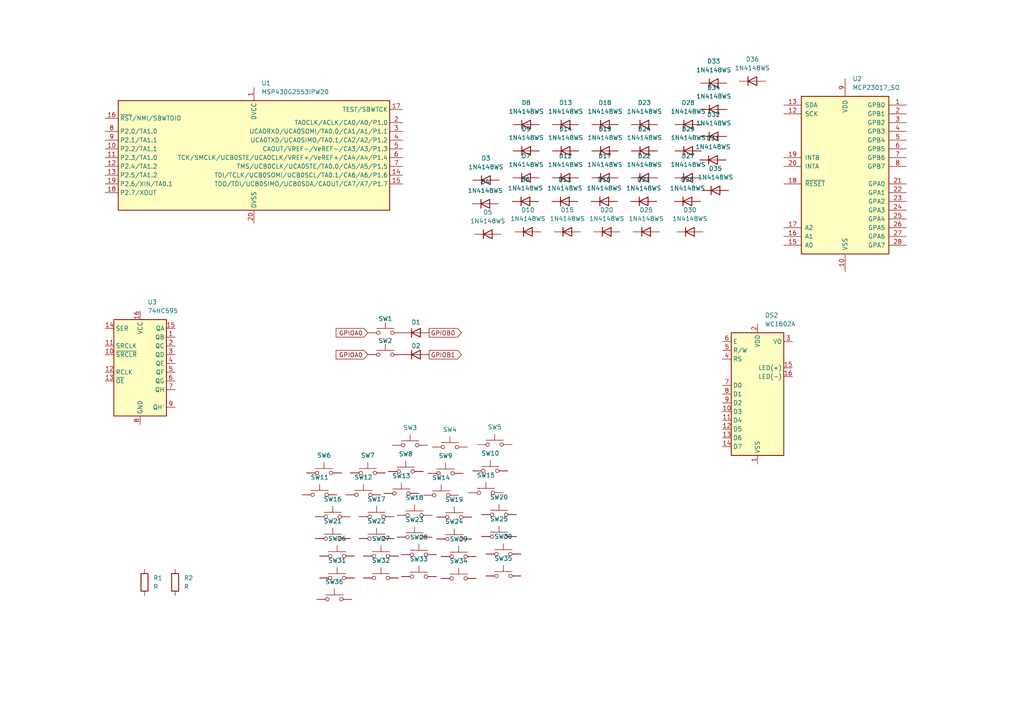
<source format=kicad_sch>
(kicad_sch (version 20250114) (generator "eeschema") (generator_version "9.0")
  (paper "A4")
  (lib_symbols
    (symbol "74xx:74HC595"
      (property "Reference" "U" (at -7.62 13.97 0))
      (property "Value" "74HC595" (at -7.62 -16.51 0))
      (symbol "74HC595_1_0"
        (pin input line (at -10.16 10.16 0) (length 2.54) (name "SER") (number "14"))
        (pin input line (at -10.16 5.08 0) (length 2.54) (name "SRCLK") (number "11"))
        (pin input line (at -10.16 2.54 0) (length 2.54) (name "~{SRCLR}") (number "10"))
        (pin input line (at -10.16 -2.54 0) (length 2.54) (name "RCLK") (number "12"))
        (pin input line (at -10.16 -5.08 0) (length 2.54) (name "~{OE}") (number "13"))
        (pin power_in line (at 0 15.24 270) (length 2.54) (name "VCC") (number "16"))
        (pin power_in line (at 0 -17.78 90) (length 2.54) (name "GND") (number "8"))
        (pin tri_state line (at 10.16 10.16 180) (length 2.54) (name "QA") (number "15"))
        (pin tri_state line (at 10.16 7.62 180) (length 2.54) (name "QB") (number "1"))
        (pin tri_state line (at 10.16 5.08 180) (length 2.54) (name "QC") (number "2"))
        (pin tri_state line (at 10.16 2.54 180) (length 2.54) (name "QD") (number "3"))
        (pin tri_state line (at 10.16 0 180) (length 2.54) (name "QE") (number "4"))
        (pin tri_state line (at 10.16 -2.54 180) (length 2.54) (name "QF") (number "5"))
        (pin tri_state line (at 10.16 -5.08 180) (length 2.54) (name "QG") (number "6"))
        (pin tri_state line (at 10.16 -7.62 180) (length 2.54) (name "QH") (number "7"))
        (pin output line (at 10.16 -12.7 180) (length 2.54) (name "QH'") (number "9"))
      )
      (symbol "74HC595_1_1"
        (rectangle (start -7.62 12.7) (end 7.62 -15.24) (stroke (width 0.254)) (fill (type background)))
      )
    )
    (symbol "Device:R" (pin_numbers (hide yes)) (pin_names (offset 0))
      (property "Reference" "R" (at 2.032 0 90))
      (property "Value" "R" (at 0 0 90))
      (symbol "R_0_1"
        (rectangle (start -1.016 -2.54) (end 1.016 2.54) (stroke (width 0.254)))
      )
      (symbol "R_1_1"
        (pin passive line (at 0 3.81 270) (length 1.27) (name "~") (number "1"))
        (pin passive line (at 0 -3.81 90) (length 1.27) (name "~") (number "2"))
      )
    )
    (symbol "Diode:1N4148WS" (pin_numbers (hide yes)) (pin_names (hide yes))
      (property "Reference" "D" (at 0 2.54 0))
      (property "Value" "1N4148WS" (at 0 -2.54 0))
      (symbol "1N4148WS_0_1"
        (polyline (pts (xy -1.27 1.27) (xy -1.27 -1.27)) (stroke (width 0.254)))
        (polyline (pts (xy 1.27 1.27) (xy 1.27 -1.27) (xy -1.27 0) (xy 1.27 1.27)) (stroke (width 0.254)))
        (polyline (pts (xy 1.27 0) (xy -1.27 0)))
      )
      (symbol "1N4148WS_1_1"
        (pin passive line (at -3.81 0 0) (length 2.54) (name "K") (number "1"))
        (pin passive line (at 3.81 0 180) (length 2.54) (name "A") (number "2"))
      )
    )
    (symbol "Display_Character:WC1602A"
      (property "Reference" "DS" (at -5.842 19.05 0))
      (property "Value" "WC1602A" (at 5.334 19.05 0))
      (symbol "WC1602A_1_1"
        (rectangle (start -7.62 17.78) (end 7.62 -17.78) (stroke (width 0.254)) (fill (type background)))
        (pin input line (at -10.16 15.24 0) (length 2.54) (name "E") (number "6"))
        (pin input line (at -10.16 12.7 0) (length 2.54) (name "R/W") (number "5"))
        (pin input line (at -10.16 10.16 0) (length 2.54) (name "RS") (number "4"))
        (pin input line (at -10.16 2.54 0) (length 2.54) (name "D0") (number "7"))
        (pin input line (at -10.16 0 0) (length 2.54) (name "D1") (number "8"))
        (pin input line (at -10.16 -2.54 0) (length 2.54) (name "D2") (number "9"))
        (pin input line (at -10.16 -5.08 0) (length 2.54) (name "D3") (number "10"))
        (pin input line (at -10.16 -7.62 0) (length 2.54) (name "D4") (number "11"))
        (pin input line (at -10.16 -10.16 0) (length 2.54) (name "D5") (number "12"))
        (pin input line (at -10.16 -12.7 0) (length 2.54) (name "D6") (number "13"))
        (pin input line (at -10.16 -15.24 0) (length 2.54) (name "D7") (number "14"))
        (pin power_in line (at 0 20.32 270) (length 2.54) (name "VDD") (number "2"))
        (pin power_in line (at 0 -20.32 90) (length 2.54) (name "VSS") (number "1"))
        (pin input line (at 10.16 15.24 180) (length 2.54) (name "VO") (number "3"))
        (pin power_in line (at 10.16 7.62 180) (length 2.54) (name "LED(+)") (number "15"))
        (pin power_in line (at 10.16 5.08 180) (length 2.54) (name "LED(-)") (number "16"))
      )
    )
    (symbol "Interface_Expansion:MCP23017_SO" (pin_names (offset 1.016))
      (property "Reference" "U" (at -11.43 24.13 0))
      (property "Value" "MCP23017_SO" (at 0 0 0))
      (symbol "MCP23017_SO_0_1"
        (rectangle (start -12.7 22.86) (end 12.7 -22.86) (stroke (width 0.254)) (fill (type background)))
      )
      (symbol "MCP23017_SO_1_1"
        (pin bidirectional line (at -17.78 20.32 0) (length 5.08) (name "SDA") (number "13"))
        (pin input line (at -17.78 17.78 0) (length 5.08) (name "SCK") (number "12"))
        (pin tri_state line (at -17.78 5.08 0) (length 5.08) (name "INTB") (number "19"))
        (pin tri_state line (at -17.78 2.54 0) (length 5.08) (name "INTA") (number "20"))
        (pin input line (at -17.78 -2.54 0) (length 5.08) (name "~{RESET}") (number "18"))
        (pin input line (at -17.78 -15.24 0) (length 5.08) (name "A2") (number "17"))
        (pin input line (at -17.78 -17.78 0) (length 5.08) (name "A1") (number "16"))
        (pin input line (at -17.78 -20.32 0) (length 5.08) (name "A0") (number "15"))
        (pin no_connect line (at -12.7 15.24 0) (length 5.08) (hide yes) (name "NC") (number "11"))
        (pin no_connect line (at -12.7 12.7 0) (length 5.08) (hide yes) (name "NC") (number "14"))
        (pin power_in line (at 0 27.94 270) (length 5.08) (name "VDD") (number "9"))
        (pin power_in line (at 0 -27.94 90) (length 5.08) (name "VSS") (number "10"))
        (pin bidirectional line (at 17.78 20.32 180) (length 5.08) (name "GPB0") (number "1"))
        (pin bidirectional line (at 17.78 17.78 180) (length 5.08) (name "GPB1") (number "2"))
        (pin bidirectional line (at 17.78 15.24 180) (length 5.08) (name "GPB2") (number "3"))
        (pin bidirectional line (at 17.78 12.7 180) (length 5.08) (name "GPB3") (number "4"))
        (pin bidirectional line (at 17.78 10.16 180) (length 5.08) (name "GPB4") (number "5"))
        (pin bidirectional line (at 17.78 7.62 180) (length 5.08) (name "GPB5") (number "6"))
        (pin bidirectional line (at 17.78 5.08 180) (length 5.08) (name "GPB6") (number "7"))
        (pin output line (at 17.78 2.54 180) (length 5.08) (name "GPB7") (number "8"))
        (pin bidirectional line (at 17.78 -2.54 180) (length 5.08) (name "GPA0") (number "21"))
        (pin bidirectional line (at 17.78 -5.08 180) (length 5.08) (name "GPA1") (number "22"))
        (pin bidirectional line (at 17.78 -7.62 180) (length 5.08) (name "GPA2") (number "23"))
        (pin bidirectional line (at 17.78 -10.16 180) (length 5.08) (name "GPA3") (number "24"))
        (pin bidirectional line (at 17.78 -12.7 180) (length 5.08) (name "GPA4") (number "25"))
        (pin bidirectional line (at 17.78 -15.24 180) (length 5.08) (name "GPA5") (number "26"))
        (pin bidirectional line (at 17.78 -17.78 180) (length 5.08) (name "GPA6") (number "27"))
        (pin output line (at 17.78 -20.32 180) (length 5.08) (name "GPA7") (number "28"))
      )
    )
    (symbol "MCU_Texas_MSP430:MSP430G2553IPW20"
      (property "Reference" "U" (at -38.1 17.78 0))
      (property "Value" "MSP430G2553IPW20" (at 31.75 -16.51 0))
      (symbol "MSP430G2553IPW20_0_1"
        (rectangle (start -39.37 16.51) (end 39.37 -15.24) (stroke (width 0.254)) (fill (type background)))
      )
      (symbol "MSP430G2553IPW20_1_1"
        (pin input line (at -43.18 11.43 0) (length 3.81) (name "~{RST}/NMI/SBWTDIO") (number "16"))
        (pin bidirectional line (at -43.18 7.62 0) (length 3.81) (name "P2.0/TA1.0") (number "8"))
        (pin bidirectional line (at -43.18 5.08 0) (length 3.81) (name "P2.1/TA1.1") (number "9"))
        (pin bidirectional line (at -43.18 2.54 0) (length 3.81) (name "P2.2/TA1.1") (number "10"))
        (pin bidirectional line (at -43.18 0 0) (length 3.81) (name "P2.3/TA1.0") (number "11"))
        (pin bidirectional line (at -43.18 -2.54 0) (length 3.81) (name "P2.4/TA1.2") (number "12"))
        (pin bidirectional line (at -43.18 -5.08 0) (length 3.81) (name "P2.5/TA1.2") (number "13"))
        (pin bidirectional line (at -43.18 -7.62 0) (length 3.81) (name "P2.6/XIN/TA0.1") (number "19"))
        (pin bidirectional line (at -43.18 -10.16 0) (length 3.81) (name "P2.7/XOUT") (number "18"))
        (pin power_in line (at 0 20.32 270) (length 3.81) (name "DVCC") (number "1"))
        (pin power_in line (at 0 -19.05 90) (length 3.81) (name "DVSS") (number "20"))
        (pin input line (at 43.18 13.97 180) (length 3.81) (name "TEST/SBWTCK") (number "17"))
        (pin bidirectional line (at 43.18 10.16 180) (length 3.81) (name "TA0CLK/ACLK/CA0/A0/P1.0") (number "2"))
        (pin bidirectional line (at 43.18 7.62 180) (length 3.81) (name "UCA0RXD/UCA0SOMI/TA0.0/CA1/A1/P1.1") (number "3"))
        (pin bidirectional line (at 43.18 5.08 180) (length 3.81) (name "UCA0TXD/UCA0SIMO/TA0.1/CA2/A2/P1.2") (number "4"))
        (pin bidirectional line (at 43.18 2.54 180) (length 3.81) (name "CAOUT/VREF-/VeREF-/CA3/A3/P1.3") (number "5"))
        (pin bidirectional line (at 43.18 0 180) (length 3.81) (name "TCK/SMCLK/UCB0STE/UCA0CLK/VREF+/VeREF+/CA4/A4/P1.4") (number "6"))
        (pin bidirectional line (at 43.18 -2.54 180) (length 3.81) (name "TMS/UCB0CLK/UCA0STE/TA0.0/CA5/A5/P1.5") (number "7"))
        (pin bidirectional line (at 43.18 -5.08 180) (length 3.81) (name "TDI/TCLK/UCB0SOMI/UCB0SCL/TA0.1/CA6/A6/P1.6") (number "14"))
        (pin bidirectional line (at 43.18 -7.62 180) (length 3.81) (name "TDO/TDI/UCB0SIMO/UCB0SDA/CAOUT/CA7/A7/P1.7") (number "15"))
      )
    )
    (symbol "Switch:SW_MEC_5G" (pin_numbers (hide yes)) (pin_names (offset 1.016) (hide yes))
      (property "Reference" "SW" (at 1.27 2.54 0))
      (property "Value" "SW_MEC_5G" (at 0 -1.524 0))
      (symbol "SW_MEC_5G_0_1"
        (circle (center -2.032 0) (radius 0.508))
        (polyline (pts (xy 0 1.27) (xy 0 3.048)))
        (circle (center 2.032 0) (radius 0.508))
        (polyline (pts (xy 2.54 1.27) (xy -2.54 1.27)))
        (pin passive line (at -5.08 0 0) (length 2.54) (name "A") (number "1"))
        (pin passive line (at 5.08 0 180) (length 2.54) (name "B") (number "3"))
      )
      (symbol "SW_MEC_5G_1_1"
        (pin passive line (at -5.08 0 0) (length 2.54) (hide yes) (name "A") (number "2"))
        (pin passive line (at 5.08 0 180) (length 2.54) (hide yes) (name "B") (number "4"))
      )
    )
  )
  (global_label "GPIOB1" (shape output) (at 124.46 102.87 0) (property "Intersheetrefs" "${INTERSHEET_REFS}" (effects (hide yes))))
  (global_label "GPIOA0" (shape input) (at 106.68 96.52 180) (property "Intersheetrefs" "${INTERSHEET_REFS}" (effects (hide yes))))
  (global_label "GPIOA0" (shape input) (at 106.68 102.87 180) (property "Intersheetrefs" "${INTERSHEET_REFS}" (effects (hide yes))))
  (global_label "GPIOB0" (shape output) (at 124.46 96.52 0) (property "Intersheetrefs" "${INTERSHEET_REFS}" (effects (hide yes))))
  (symbol (lib_id "Diode:1N4148WS") (at 175.9808 67.25 0) (unit 1)
    (property "Reference" "D20" (at 175.9808 60.9 0))
    (property "Value" "1N4148WS" (at 175.9808 63.44 0))
    (property "Footprint" "Diode_THT:D_DO-35_SOD27_P2.54mm_Vertical_KathodeUp" (effects (hide yes)))
    (property "Datasheet" "https://www.vishay.com/docs/85751/1n4148ws.pdf" (effects (hide yes)))
    (property "Description" "75V 0.15A Fast switching Diode, SOD-323" (effects (hide yes)))
    (property "Sim.Device" "D" (effects (hide yes)))
    (property "Sim.Pins" "1=K 2=A" (effects (hide yes)))
  )
  (symbol (lib_id "Switch:SW_MEC_5G") (at 96.52 156.21 0) (unit 1)
    (property "Reference" "SW21" (at 96.52 151.13 0))
    (property "Value" "SW_MEC_5G" (effects (hide yes)))
    (property "Footprint" "Momentary Tactile Buttons:Tactile momentary button" (effects (hide yes)))
    (property "Datasheet" "http://www.apem.com/int/index.php?controller=attachment&id_attachment=488" (effects (hide yes)))
    (property "Description" "MEC 5G single pole normally-open tactile switch" (effects (hide yes)))
  )
  (symbol (lib_id "Switch:SW_MEC_5G") (at 109.22 156.21 0) (unit 1)
    (property "Reference" "SW22" (at 109.22 151.13 0))
    (property "Value" "SW_MEC_5G" (effects (hide yes)))
    (property "Footprint" "Momentary Tactile Buttons:Tactile momentary button" (effects (hide yes)))
    (property "Datasheet" "http://www.apem.com/int/index.php?controller=attachment&id_attachment=488" (effects (hide yes)))
    (property "Description" "MEC 5G single pole normally-open tactile switch" (effects (hide yes)))
  )
  (symbol (lib_id "Switch:SW_MEC_5G") (at 96.52 149.86 0) (unit 1)
    (property "Reference" "SW16" (at 96.52 144.78 0))
    (property "Value" "SW_MEC_5G" (effects (hide yes)))
    (property "Footprint" "Momentary Tactile Buttons:Tactile momentary button" (effects (hide yes)))
    (property "Datasheet" "http://www.apem.com/int/index.php?controller=attachment&id_attachment=488" (effects (hide yes)))
    (property "Description" "MEC 5G single pole normally-open tactile switch" (effects (hide yes)))
  )
  (symbol (lib_id "Switch:SW_MEC_5G") (at 133.0328 167.7687 0) (unit 1)
    (property "Reference" "SW34" (at 133.0328 162.6887 0))
    (property "Value" "SW_MEC_5G" (effects (hide yes)))
    (property "Footprint" "Momentary Tactile Buttons:Tactile momentary button" (effects (hide yes)))
    (property "Datasheet" "http://www.apem.com/int/index.php?controller=attachment&id_attachment=488" (effects (hide yes)))
    (property "Description" "MEC 5G single pole normally-open tactile switch" (effects (hide yes)))
  )
  (symbol (lib_id "Diode:1N4148WS") (at 175.26 58.42 0) (unit 1)
    (property "Reference" "D16" (at 175.26 52.07 0))
    (property "Value" "1N4148WS" (at 175.26 54.61 0))
    (property "Footprint" "Diode_THT:D_DO-35_SOD27_P2.54mm_Vertical_KathodeUp" (effects (hide yes)))
    (property "Datasheet" "https://www.vishay.com/docs/85751/1n4148ws.pdf" (effects (hide yes)))
    (property "Description" "75V 0.15A Fast switching Diode, SOD-323" (effects (hide yes)))
    (property "Sim.Device" "D" (effects (hide yes)))
    (property "Sim.Pins" "1=K 2=A" (effects (hide yes)))
  )
  (symbol (lib_id "Switch:SW_MEC_5G") (at 131.7628 149.9887 0) (unit 1)
    (property "Reference" "SW19" (at 131.7628 144.9087 0))
    (property "Value" "SW_MEC_5G" (effects (hide yes)))
    (property "Footprint" "Momentary Tactile Buttons:Tactile momentary button" (effects (hide yes)))
    (property "Datasheet" "http://www.apem.com/int/index.php?controller=attachment&id_attachment=488" (effects (hide yes)))
    (property "Description" "MEC 5G single pole normally-open tactile switch" (effects (hide yes)))
  )
  (symbol (lib_id "Diode:1N4148WS") (at 199.6043 36.1437 0) (unit 1)
    (property "Reference" "D28" (at 199.6043 29.7937 0))
    (property "Value" "1N4148WS" (at 199.6043 32.3337 0))
    (property "Footprint" "Diode_THT:D_DO-35_SOD27_P2.54mm_Vertical_KathodeUp" (effects (hide yes)))
    (property "Datasheet" "https://www.vishay.com/docs/85751/1n4148ws.pdf" (effects (hide yes)))
    (property "Description" "75V 0.15A Fast switching Diode, SOD-323" (effects (hide yes)))
    (property "Sim.Device" "D" (effects (hide yes)))
    (property "Sim.Pins" "1=K 2=A" (effects (hide yes)))
  )
  (symbol (lib_id "Switch:SW_MEC_5G") (at 129.2228 137.2887 0) (unit 1)
    (property "Reference" "SW9" (at 129.2228 132.2087 0))
    (property "Value" "SW_MEC_5G" (effects (hide yes)))
    (property "Footprint" "Momentary Tactile Buttons:Tactile momentary button" (effects (hide yes)))
    (property "Datasheet" "http://www.apem.com/int/index.php?controller=attachment&id_attachment=488" (effects (hide yes)))
    (property "Description" "MEC 5G single pole normally-open tactile switch" (effects (hide yes)))
  )
  (symbol (lib_id "Switch:SW_MEC_5G") (at 146.0075 160.6979 0) (unit 1)
    (property "Reference" "SW30" (at 146.0075 155.6179 0))
    (property "Value" "SW_MEC_5G" (effects (hide yes)))
    (property "Footprint" "Momentary Tactile Buttons:Tactile momentary button" (effects (hide yes)))
    (property "Datasheet" "http://www.apem.com/int/index.php?controller=attachment&id_attachment=488" (effects (hide yes)))
    (property "Description" "MEC 5G single pole normally-open tactile switch" (effects (hide yes)))
  )
  (symbol (lib_id "Switch:SW_MEC_5G") (at 131.7628 156.3387 0) (unit 1)
    (property "Reference" "SW24" (at 131.7628 151.2587 0))
    (property "Value" "SW_MEC_5G" (effects (hide yes)))
    (property "Footprint" "Momentary Tactile Buttons:Tactile momentary button" (effects (hide yes)))
    (property "Datasheet" "http://www.apem.com/int/index.php?controller=attachment&id_attachment=488" (effects (hide yes)))
    (property "Description" "MEC 5G single pole normally-open tactile switch" (effects (hide yes)))
  )
  (symbol (lib_id "Switch:SW_MEC_5G") (at 105.41 143.51 0) (unit 1)
    (property "Reference" "SW12" (at 105.41 138.43 0))
    (property "Value" "SW_MEC_5G" (effects (hide yes)))
    (property "Footprint" "Momentary Tactile Buttons:Tactile momentary button" (effects (hide yes)))
    (property "Datasheet" "http://www.apem.com/int/index.php?controller=attachment&id_attachment=488" (effects (hide yes)))
    (property "Description" "MEC 5G single pole normally-open tactile switch" (effects (hide yes)))
  )
  (symbol (lib_id "Display_Character:WC1602A") (at 219.71 114.3 0) (unit 1)
    (property "Reference" "DS2" (at 221.8533 91.44 0) (effects (justify left)))
    (property "Value" "WC1602A" (at 221.8533 93.98 0) (effects (justify left)))
    (property "Footprint" "Display:WC1602A" (effects (hide yes)))
    (property "Datasheet" "http://www.wincomlcd.com/pdf/WC1602A-SFYLYHTC06.pdf" (effects (hide yes)))
    (property "Description" "LCD 16x2 Alphanumeric , 8 bit parallel bus, 5V VDD" (effects (hide yes)))
  )
  (symbol (lib_id "Diode:1N4148WS") (at 206.9759 39.5585 0) (unit 1)
    (property "Reference" "D32" (at 206.9759 33.2085 0))
    (property "Value" "1N4148WS" (at 206.9759 35.7485 0))
    (property "Footprint" "Diode_THT:D_DO-35_SOD27_P2.54mm_Vertical_KathodeUp" (effects (hide yes)))
    (property "Datasheet" "https://www.vishay.com/docs/85751/1n4148ws.pdf" (effects (hide yes)))
    (property "Description" "75V 0.15A Fast switching Diode, SOD-323" (effects (hide yes)))
    (property "Sim.Device" "D" (effects (hide yes)))
    (property "Sim.Pins" "1=K 2=A" (effects (hide yes)))
  )
  (symbol (lib_id "Switch:SW_MEC_5G") (at 96.9749 173.8188 0) (unit 1)
    (property "Reference" "SW36" (at 96.9749 168.7388 0))
    (property "Value" "SW_MEC_5G" (effects (hide yes)))
    (property "Footprint" "Momentary Tactile Buttons:Tactile momentary button" (effects (hide yes)))
    (property "Datasheet" "http://www.apem.com/int/index.php?controller=attachment&id_attachment=488" (effects (hide yes)))
    (property "Description" "MEC 5G single pole normally-open tactile switch" (effects (hide yes)))
  )
  (symbol (lib_id "Diode:1N4148WS") (at 187.4108 67.25 0) (unit 1)
    (property "Reference" "D25" (at 187.4108 60.9 0))
    (property "Value" "1N4148WS" (at 187.4108 63.44 0))
    (property "Footprint" "Diode_THT:D_DO-35_SOD27_P2.54mm_Vertical_KathodeUp" (effects (hide yes)))
    (property "Datasheet" "https://www.vishay.com/docs/85751/1n4148ws.pdf" (effects (hide yes)))
    (property "Description" "75V 0.15A Fast switching Diode, SOD-323" (effects (hide yes)))
    (property "Sim.Device" "D" (effects (hide yes)))
    (property "Sim.Pins" "1=K 2=A" (effects (hide yes)))
  )
  (symbol (lib_id "Switch:SW_MEC_5G") (at 127.9528 143.6387 0) (unit 1)
    (property "Reference" "SW14" (at 127.9528 138.5587 0))
    (property "Value" "SW_MEC_5G" (effects (hide yes)))
    (property "Footprint" "Momentary Tactile Buttons:Tactile momentary button" (effects (hide yes)))
    (property "Datasheet" "http://www.apem.com/int/index.php?controller=attachment&id_attachment=488" (effects (hide yes)))
    (property "Description" "MEC 5G single pole normally-open tactile switch" (effects (hide yes)))
  )
  (symbol (lib_id "Switch:SW_MEC_5G") (at 109.22 149.86 0) (unit 1)
    (property "Reference" "SW17" (at 109.22 144.78 0))
    (property "Value" "SW_MEC_5G" (effects (hide yes)))
    (property "Footprint" "Momentary Tactile Buttons:Tactile momentary button" (effects (hide yes)))
    (property "Datasheet" "http://www.apem.com/int/index.php?controller=attachment&id_attachment=488" (effects (hide yes)))
    (property "Description" "MEC 5G single pole normally-open tactile switch" (effects (hide yes)))
  )
  (symbol (lib_id "Diode:1N4148WS") (at 175.4743 43.7637 0) (unit 1)
    (property "Reference" "D19" (at 175.4743 37.4137 0))
    (property "Value" "1N4148WS" (at 175.4743 39.9537 0))
    (property "Footprint" "Diode_THT:D_DO-35_SOD27_P2.54mm_Vertical_KathodeUp" (effects (hide yes)))
    (property "Datasheet" "https://www.vishay.com/docs/85751/1n4148ws.pdf" (effects (hide yes)))
    (property "Description" "75V 0.15A Fast switching Diode, SOD-323" (effects (hide yes)))
    (property "Sim.Device" "D" (effects (hide yes)))
    (property "Sim.Pins" "1=K 2=A" (effects (hide yes)))
  )
  (symbol (lib_id "Diode:1N4148WS") (at 186.69 58.42 0) (unit 1)
    (property "Reference" "D21" (at 186.69 52.07 0))
    (property "Value" "1N4148WS" (at 186.69 54.61 0))
    (property "Footprint" "Diode_THT:D_DO-35_SOD27_P2.54mm_Vertical_KathodeUp" (effects (hide yes)))
    (property "Datasheet" "https://www.vishay.com/docs/85751/1n4148ws.pdf" (effects (hide yes)))
    (property "Description" "75V 0.15A Fast switching Diode, SOD-323" (effects (hide yes)))
    (property "Sim.Device" "D" (effects (hide yes)))
    (property "Sim.Pins" "1=K 2=A" (effects (hide yes)))
  )
  (symbol (lib_id "Diode:1N4148WS") (at 199.6043 43.7637 0) (unit 1)
    (property "Reference" "D29" (at 199.6043 37.4137 0))
    (property "Value" "1N4148WS" (at 199.6043 39.9537 0))
    (property "Footprint" "Diode_THT:D_DO-35_SOD27_P2.54mm_Vertical_KathodeUp" (effects (hide yes)))
    (property "Datasheet" "https://www.vishay.com/docs/85751/1n4148ws.pdf" (effects (hide yes)))
    (property "Description" "75V 0.15A Fast switching Diode, SOD-323" (effects (hide yes)))
    (property "Sim.Device" "D" (effects (hide yes)))
    (property "Sim.Pins" "1=K 2=A" (effects (hide yes)))
  )
  (symbol (lib_id "Switch:SW_MEC_5G") (at 97.79 161.29 0) (unit 1)
    (property "Reference" "SW26" (at 97.79 156.21 0))
    (property "Value" "SW_MEC_5G" (effects (hide yes)))
    (property "Footprint" "Momentary Tactile Buttons:Tactile momentary button" (effects (hide yes)))
    (property "Datasheet" "http://www.apem.com/int/index.php?controller=attachment&id_attachment=488" (effects (hide yes)))
    (property "Description" "MEC 5G single pole normally-open tactile switch" (effects (hide yes)))
  )
  (symbol (lib_id "Switch:SW_MEC_5G") (at 111.76 96.52 0) (unit 1)
    (property "Reference" "SW1" (at 111.76 92.456 0))
    (property "Value" "SW_MEC_5G" (effects (hide yes)))
    (property "Footprint" "Momentary Tactile Buttons:Tactile momentary button" (effects (hide yes)))
    (property "Datasheet" "http://www.apem.com/int/index.php?controller=attachment&id_attachment=488" (effects (hide yes)))
    (property "Description" "MEC 5G single pole normally-open tactile switch" (effects (hide yes)))
  )
  (symbol (lib_id "Switch:SW_MEC_5G") (at 144.7375 155.6179 0) (unit 1)
    (property "Reference" "SW25" (at 144.7375 150.5379 0))
    (property "Value" "SW_MEC_5G" (effects (hide yes)))
    (property "Footprint" "Momentary Tactile Buttons:Tactile momentary button" (effects (hide yes)))
    (property "Datasheet" "http://www.apem.com/int/index.php?controller=attachment&id_attachment=488" (effects (hide yes)))
    (property "Description" "MEC 5G single pole normally-open tactile switch" (effects (hide yes)))
  )
  (symbol (lib_id "Diode:1N4148WS") (at 152.6143 43.7637 0) (unit 1)
    (property "Reference" "D9" (at 152.6143 37.4137 0))
    (property "Value" "1N4148WS" (at 152.6143 39.9537 0))
    (property "Footprint" "Diode_THT:D_DO-35_SOD27_P2.54mm_Vertical_KathodeUp" (effects (hide yes)))
    (property "Datasheet" "https://www.vishay.com/docs/85751/1n4148ws.pdf" (effects (hide yes)))
    (property "Description" "75V 0.15A Fast switching Diode, SOD-323" (effects (hide yes)))
    (property "Sim.Device" "D" (effects (hide yes)))
    (property "Sim.Pins" "1=K 2=A" (effects (hide yes)))
  )
  (symbol (lib_id "Device:R") (at 41.91 168.91 0) (unit 1)
    (property "Reference" "R1" (at 44.45 167.6399 0) (effects (justify left)))
    (property "Value" "R" (at 44.45 170.1799 0) (effects (justify left)))
    (property "Footprint" "Resistor_SMD:R_0603_1608Metric" (effects (hide yes)))
    (property "Description" "Resistor" (effects (hide yes)))
  )
  (symbol (lib_id "Diode:1N4148WS") (at 164.5508 67.25 0) (unit 1)
    (property "Reference" "D15" (at 164.5508 60.9 0))
    (property "Value" "1N4148WS" (at 164.5508 63.44 0))
    (property "Footprint" "Diode_THT:D_DO-35_SOD27_P2.54mm_Vertical_KathodeUp" (effects (hide yes)))
    (property "Datasheet" "https://www.vishay.com/docs/85751/1n4148ws.pdf" (effects (hide yes)))
    (property "Description" "75V 0.15A Fast switching Diode, SOD-323" (effects (hide yes)))
    (property "Sim.Device" "D" (effects (hide yes)))
    (property "Sim.Pins" "1=K 2=A" (effects (hide yes)))
  )
  (symbol (lib_id "Switch:SW_MEC_5G") (at 121.4998 160.8781 0) (unit 1)
    (property "Reference" "SW28" (at 121.4998 155.7981 0))
    (property "Value" "SW_MEC_5G" (effects (hide yes)))
    (property "Footprint" "Momentary Tactile Buttons:Tactile momentary button" (effects (hide yes)))
    (property "Datasheet" "http://www.apem.com/int/index.php?controller=attachment&id_attachment=488" (effects (hide yes)))
    (property "Description" "MEC 5G single pole normally-open tactile switch" (effects (hide yes)))
  )
  (symbol (lib_id "Diode:1N4148WS") (at 163.83 58.42 0) (unit 1)
    (property "Reference" "D11" (at 163.83 52.07 0))
    (property "Value" "1N4148WS" (at 163.83 54.61 0))
    (property "Footprint" "Diode_THT:D_DO-35_SOD27_P2.54mm_Vertical_KathodeUp" (effects (hide yes)))
    (property "Datasheet" "https://www.vishay.com/docs/85751/1n4148ws.pdf" (effects (hide yes)))
    (property "Description" "75V 0.15A Fast switching Diode, SOD-323" (effects (hide yes)))
    (property "Sim.Device" "D" (effects (hide yes)))
    (property "Sim.Pins" "1=K 2=A" (effects (hide yes)))
  )
  (symbol (lib_id "Diode:1N4148WS") (at 164.0102 51.5722 0) (unit 1)
    (property "Reference" "D12" (at 164.0102 45.2222 0))
    (property "Value" "1N4148WS" (at 164.0102 47.7622 0))
    (property "Footprint" "Diode_THT:D_DO-35_SOD27_P2.54mm_Vertical_KathodeUp" (effects (hide yes)))
    (property "Datasheet" "https://www.vishay.com/docs/85751/1n4148ws.pdf" (effects (hide yes)))
    (property "Description" "75V 0.15A Fast switching Diode, SOD-323" (effects (hide yes)))
    (property "Sim.Device" "D" (effects (hide yes)))
    (property "Sim.Pins" "1=K 2=A" (effects (hide yes)))
  )
  (symbol (lib_id "Diode:1N4148WS") (at 164.0443 43.7637 0) (unit 1)
    (property "Reference" "D14" (at 164.0443 37.4137 0))
    (property "Value" "1N4148WS" (at 164.0443 39.9537 0))
    (property "Footprint" "Diode_THT:D_DO-35_SOD27_P2.54mm_Vertical_KathodeUp" (effects (hide yes)))
    (property "Datasheet" "https://www.vishay.com/docs/85751/1n4148ws.pdf" (effects (hide yes)))
    (property "Description" "75V 0.15A Fast switching Diode, SOD-323" (effects (hide yes)))
    (property "Sim.Device" "D" (effects (hide yes)))
    (property "Sim.Pins" "1=K 2=A" (effects (hide yes)))
  )
  (symbol (lib_id "Diode:1N4148WS") (at 199.5702 51.5722 0) (unit 1)
    (property "Reference" "D27" (at 199.5702 45.2222 0))
    (property "Value" "1N4148WS" (at 199.5702 47.7622 0))
    (property "Footprint" "Diode_THT:D_DO-35_SOD27_P2.54mm_Vertical_KathodeUp" (effects (hide yes)))
    (property "Datasheet" "https://www.vishay.com/docs/85751/1n4148ws.pdf" (effects (hide yes)))
    (property "Description" "75V 0.15A Fast switching Diode, SOD-323" (effects (hide yes)))
    (property "Sim.Device" "D" (effects (hide yes)))
    (property "Sim.Pins" "1=K 2=A" (effects (hide yes)))
  )
  (symbol (lib_id "Switch:SW_MEC_5G") (at 93.98 137.16 0) (unit 1)
    (property "Reference" "SW6" (at 93.98 132.08 0))
    (property "Value" "SW_MEC_5G" (effects (hide yes)))
    (property "Footprint" "Momentary Tactile Buttons:Tactile momentary button" (effects (hide yes)))
    (property "Datasheet" "http://www.apem.com/int/index.php?controller=attachment&id_attachment=488" (effects (hide yes)))
    (property "Description" "MEC 5G single pole normally-open tactile switch" (effects (hide yes)))
  )
  (symbol (lib_id "Switch:SW_MEC_5G") (at 111.76 102.87 0) (unit 1)
    (property "Reference" "SW2" (at 111.76 98.806 0))
    (property "Value" "SW_MEC_5G" (effects (hide yes)))
    (property "Footprint" "Momentary Tactile Buttons:Tactile momentary button" (effects (hide yes)))
    (property "Datasheet" "http://www.apem.com/int/index.php?controller=attachment&id_attachment=488" (effects (hide yes)))
    (property "Description" "MEC 5G single pole normally-open tactile switch" (effects (hide yes)))
  )
  (symbol (lib_id "74xx:74HC595") (at 40.64 105.41 0) (unit 1)
    (property "Reference" "U3" (at 42.7833 87.63 0) (effects (justify left)))
    (property "Value" "74HC595" (at 42.7833 90.17 0) (effects (justify left)))
    (property "Footprint" "Package_SO:TSSOP-16_4.4x5mm_P0.65mm" (effects (hide yes)))
    (property "Datasheet" "http://www.ti.com/lit/ds/symlink/sn74hc595.pdf" (effects (hide yes)))
    (property "Description" "8-bit serial in/out Shift Register 3-State Outputs" (effects (hide yes)))
  )
  (symbol (lib_id "Switch:SW_MEC_5G") (at 110.49 167.64 0) (unit 1)
    (property "Reference" "SW32" (at 110.49 162.56 0))
    (property "Value" "SW_MEC_5G" (effects (hide yes)))
    (property "Footprint" "Momentary Tactile Buttons:Tactile momentary button" (effects (hide yes)))
    (property "Datasheet" "http://www.apem.com/int/index.php?controller=attachment&id_attachment=488" (effects (hide yes)))
    (property "Description" "MEC 5G single pole normally-open tactile switch" (effects (hide yes)))
  )
  (symbol (lib_id "Switch:SW_MEC_5G") (at 106.68 137.16 0) (unit 1)
    (property "Reference" "SW7" (at 106.68 132.08 0))
    (property "Value" "SW_MEC_5G" (effects (hide yes)))
    (property "Footprint" "Momentary Tactile Buttons:Tactile momentary button" (effects (hide yes)))
    (property "Datasheet" "http://www.apem.com/int/index.php?controller=attachment&id_attachment=488" (effects (hide yes)))
    (property "Description" "MEC 5G single pole normally-open tactile switch" (effects (hide yes)))
  )
  (symbol (lib_id "Diode:1N4148WS") (at 186.8702 51.5722 0) (unit 1)
    (property "Reference" "D22" (at 186.8702 45.2222 0))
    (property "Value" "1N4148WS" (at 186.8702 47.7622 0))
    (property "Footprint" "Diode_THT:D_DO-35_SOD27_P2.54mm_Vertical_KathodeUp" (effects (hide yes)))
    (property "Datasheet" "https://www.vishay.com/docs/85751/1n4148ws.pdf" (effects (hide yes)))
    (property "Description" "75V 0.15A Fast switching Diode, SOD-323" (effects (hide yes)))
    (property "Sim.Device" "D" (effects (hide yes)))
    (property "Sim.Pins" "1=K 2=A" (effects (hide yes)))
  )
  (symbol (lib_id "Diode:1N4148WS") (at 218.2257 23.5463 0) (unit 1)
    (property "Reference" "D36" (at 218.2257 17.1963 0))
    (property "Value" "1N4148WS" (at 218.2257 19.7363 0))
    (property "Footprint" "Diode_THT:D_DO-35_SOD27_P2.54mm_Vertical_KathodeUp" (effects (hide yes)))
    (property "Datasheet" "https://www.vishay.com/docs/85751/1n4148ws.pdf" (effects (hide yes)))
    (property "Description" "75V 0.15A Fast switching Diode, SOD-323" (effects (hide yes)))
    (property "Sim.Device" "D" (effects (hide yes)))
    (property "Sim.Pins" "1=K 2=A" (effects (hide yes)))
  )
  (symbol (lib_id "Switch:SW_MEC_5G") (at 142.1975 136.5679 0) (unit 1)
    (property "Reference" "SW10" (at 142.1975 131.4879 0))
    (property "Value" "SW_MEC_5G" (effects (hide yes)))
    (property "Footprint" "Momentary Tactile Buttons:Tactile momentary button" (effects (hide yes)))
    (property "Datasheet" "http://www.apem.com/int/index.php?controller=attachment&id_attachment=488" (effects (hide yes)))
    (property "Description" "MEC 5G single pole normally-open tactile switch" (effects (hide yes)))
  )
  (symbol (lib_id "Diode:1N4148WS") (at 164.0443 36.1437 0) (unit 1)
    (property "Reference" "D13" (at 164.0443 29.7937 0))
    (property "Value" "1N4148WS" (at 164.0443 32.3337 0))
    (property "Footprint" "Diode_THT:D_DO-35_SOD27_P2.54mm_Vertical_KathodeUp" (effects (hide yes)))
    (property "Datasheet" "https://www.vishay.com/docs/85751/1n4148ws.pdf" (effects (hide yes)))
    (property "Description" "75V 0.15A Fast switching Diode, SOD-323" (effects (hide yes)))
    (property "Sim.Device" "D" (effects (hide yes)))
    (property "Sim.Pins" "1=K 2=A" (effects (hide yes)))
  )
  (symbol (lib_id "Diode:1N4148WS") (at 120.65 96.52 0) (unit 1)
    (property "Reference" "D1" (at 120.65 93.472 0))
    (property "Value" "1N4148WS" (effects (hide yes)))
    (property "Footprint" "Diode_THT:D_DO-35_SOD27_P2.54mm_Vertical_KathodeUp" (effects (hide yes)))
    (property "Datasheet" "https://www.vishay.com/docs/85751/1n4148ws.pdf" (effects (hide yes)))
    (property "Description" "75V 0.15A Fast switching Diode, SOD-323" (effects (hide yes)))
    (property "Sim.Device" "D" (effects (hide yes)))
    (property "Sim.Pins" "1=K 2=A" (effects (hide yes)))
  )
  (symbol (lib_id "Diode:1N4148WS") (at 206.7957 46.4063 0) (unit 1)
    (property "Reference" "D31" (at 206.7957 40.0563 0))
    (property "Value" "1N4148WS" (at 206.7957 42.5963 0))
    (property "Footprint" "Diode_THT:D_DO-35_SOD27_P2.54mm_Vertical_KathodeUp" (effects (hide yes)))
    (property "Datasheet" "https://www.vishay.com/docs/85751/1n4148ws.pdf" (effects (hide yes)))
    (property "Description" "75V 0.15A Fast switching Diode, SOD-323" (effects (hide yes)))
    (property "Sim.Device" "D" (effects (hide yes)))
    (property "Sim.Pins" "1=K 2=A" (effects (hide yes)))
  )
  (symbol (lib_id "Switch:SW_MEC_5G") (at 133.0328 161.4187 0) (unit 1)
    (property "Reference" "SW29" (at 133.0328 156.3387 0))
    (property "Value" "SW_MEC_5G" (effects (hide yes)))
    (property "Footprint" "Momentary Tactile Buttons:Tactile momentary button" (effects (hide yes)))
    (property "Datasheet" "http://www.apem.com/int/index.php?controller=attachment&id_attachment=488" (effects (hide yes)))
    (property "Description" "MEC 5G single pole normally-open tactile switch" (effects (hide yes)))
  )
  (symbol (lib_id "Switch:SW_MEC_5G") (at 97.79 167.64 0) (unit 1)
    (property "Reference" "SW31" (at 97.79 162.56 0))
    (property "Value" "SW_MEC_5G" (effects (hide yes)))
    (property "Footprint" "Momentary Tactile Buttons:Tactile momentary button" (effects (hide yes)))
    (property "Datasheet" "http://www.apem.com/int/index.php?controller=attachment&id_attachment=488" (effects (hide yes)))
    (property "Description" "MEC 5G single pole normally-open tactile switch" (effects (hide yes)))
  )
  (symbol (lib_id "Switch:SW_MEC_5G") (at 143.4675 128.9479 0) (unit 1)
    (property "Reference" "SW5" (at 143.4675 123.8679 0))
    (property "Value" "SW_MEC_5G" (effects (hide yes)))
    (property "Footprint" "Momentary Tactile Buttons:Tactile momentary button" (effects (hide yes)))
    (property "Datasheet" "http://www.apem.com/int/index.php?controller=attachment&id_attachment=488" (effects (hide yes)))
    (property "Description" "MEC 5G single pole normally-open tactile switch" (effects (hide yes)))
  )
  (symbol (lib_id "Diode:1N4148WS") (at 175.4402 51.5722 0) (unit 1)
    (property "Reference" "D17" (at 175.4402 45.2222 0))
    (property "Value" "1N4148WS" (at 175.4402 47.7622 0))
    (property "Footprint" "Diode_THT:D_DO-35_SOD27_P2.54mm_Vertical_KathodeUp" (effects (hide yes)))
    (property "Datasheet" "https://www.vishay.com/docs/85751/1n4148ws.pdf" (effects (hide yes)))
    (property "Description" "75V 0.15A Fast switching Diode, SOD-323" (effects (hide yes)))
    (property "Sim.Device" "D" (effects (hide yes)))
    (property "Sim.Pins" "1=K 2=A" (effects (hide yes)))
  )
  (symbol (lib_id "Diode:1N4148WS") (at 120.65 102.87 0) (unit 1)
    (property "Reference" "D2" (at 120.65 100.33 0))
    (property "Value" "1N4148WS" (effects (hide yes)))
    (property "Footprint" "Diode_THT:D_DO-35_SOD27_P2.54mm_Vertical_KathodeUp" (effects (hide yes)))
    (property "Datasheet" "https://www.vishay.com/docs/85751/1n4148ws.pdf" (effects (hide yes)))
    (property "Description" "75V 0.15A Fast switching Diode, SOD-323" (effects (hide yes)))
    (property "Sim.Device" "D" (effects (hide yes)))
    (property "Sim.Pins" "1=K 2=A" (effects (hide yes)))
  )
  (symbol (lib_id "Switch:SW_MEC_5G") (at 146.0075 167.0479 0) (unit 1)
    (property "Reference" "SW35" (at 146.0075 161.9679 0))
    (property "Value" "SW_MEC_5G" (effects (hide yes)))
    (property "Footprint" "Momentary Tactile Buttons:Tactile momentary button" (effects (hide yes)))
    (property "Datasheet" "http://www.apem.com/int/index.php?controller=attachment&id_attachment=488" (effects (hide yes)))
    (property "Description" "MEC 5G single pole normally-open tactile switch" (effects (hide yes)))
  )
  (symbol (lib_id "Diode:1N4148WS") (at 200.1108 67.25 0) (unit 1)
    (property "Reference" "D30" (at 200.1108 60.9 0))
    (property "Value" "1N4148WS" (at 200.1108 63.44 0))
    (property "Footprint" "Diode_THT:D_DO-35_SOD27_P2.54mm_Vertical_KathodeUp" (effects (hide yes)))
    (property "Datasheet" "https://www.vishay.com/docs/85751/1n4148ws.pdf" (effects (hide yes)))
    (property "Description" "75V 0.15A Fast switching Diode, SOD-323" (effects (hide yes)))
    (property "Sim.Device" "D" (effects (hide yes)))
    (property "Sim.Pins" "1=K 2=A" (effects (hide yes)))
  )
  (symbol (lib_id "MCU_Texas_MSP430:MSP430G2553IPW20") (at 73.66 45.72 0) (unit 1)
    (property "Reference" "U1" (at 75.8033 24.13 0) (effects (justify left)))
    (property "Value" "MSP430G2553IPW20" (at 75.8033 26.67 0) (effects (justify left)))
    (property "Footprint" "Package_SO:TSSOP-20_4.4x6.5mm_P0.65mm" (effects (hide yes)))
    (property "Datasheet" "http://www.ti.com/lit/ds/symlink/msp430g2553.pdf" (effects (hide yes)))
    (property "Description" "16kB Flash, 512B RAM, TSSOP-20" (effects (hide yes)))
  )
  (symbol (lib_id "Diode:1N4148WS") (at 175.4743 36.1437 0) (unit 1)
    (property "Reference" "D18" (at 175.4743 29.7937 0))
    (property "Value" "1N4148WS" (at 175.4743 32.3337 0))
    (property "Footprint" "Diode_THT:D_DO-35_SOD27_P2.54mm_Vertical_KathodeUp" (effects (hide yes)))
    (property "Datasheet" "https://www.vishay.com/docs/85751/1n4148ws.pdf" (effects (hide yes)))
    (property "Description" "75V 0.15A Fast switching Diode, SOD-323" (effects (hide yes)))
    (property "Sim.Device" "D" (effects (hide yes)))
    (property "Sim.Pins" "1=K 2=A" (effects (hide yes)))
  )
  (symbol (lib_id "Diode:1N4148WS") (at 207.01 31.75 0) (unit 1)
    (property "Reference" "D34" (at 207.01 25.4 0))
    (property "Value" "1N4148WS" (at 207.01 27.94 0))
    (property "Footprint" "Diode_THT:D_DO-35_SOD27_P2.54mm_Vertical_KathodeUp" (effects (hide yes)))
    (property "Datasheet" "https://www.vishay.com/docs/85751/1n4148ws.pdf" (effects (hide yes)))
    (property "Description" "75V 0.15A Fast switching Diode, SOD-323" (effects (hide yes)))
    (property "Sim.Device" "D" (effects (hide yes)))
    (property "Sim.Pins" "1=K 2=A" (effects (hide yes)))
  )
  (symbol (lib_id "Switch:SW_MEC_5G") (at 110.49 161.29 0) (unit 1)
    (property "Reference" "SW27" (at 110.49 156.21 0))
    (property "Value" "SW_MEC_5G" (effects (hide yes)))
    (property "Footprint" "Momentary Tactile Buttons:Tactile momentary button" (effects (hide yes)))
    (property "Datasheet" "http://www.apem.com/int/index.php?controller=attachment&id_attachment=488" (effects (hide yes)))
    (property "Description" "MEC 5G single pole normally-open tactile switch" (effects (hide yes)))
  )
  (symbol (lib_id "Switch:SW_MEC_5G") (at 120.2298 149.4481 0) (unit 1)
    (property "Reference" "SW18" (at 120.2298 144.3681 0))
    (property "Value" "SW_MEC_5G" (effects (hide yes)))
    (property "Footprint" "Momentary Tactile Buttons:Tactile momentary button" (effects (hide yes)))
    (property "Datasheet" "http://www.apem.com/int/index.php?controller=attachment&id_attachment=488" (effects (hide yes)))
    (property "Description" "MEC 5G single pole normally-open tactile switch" (effects (hide yes)))
  )
  (symbol (lib_id "Device:R") (at 50.8 168.91 0) (unit 1)
    (property "Reference" "R2" (at 53.34 167.6399 0) (effects (justify left)))
    (property "Value" "R" (at 53.34 170.1799 0) (effects (justify left)))
    (property "Footprint" "Resistor_SMD:R_0603_1608Metric" (effects (hide yes)))
    (property "Description" "Resistor" (effects (hide yes)))
  )
  (symbol (lib_id "Diode:1N4148WS") (at 186.9043 36.1437 0) (unit 1)
    (property "Reference" "D23" (at 186.9043 29.7937 0))
    (property "Value" "1N4148WS" (at 186.9043 32.3337 0))
    (property "Footprint" "Diode_THT:D_DO-35_SOD27_P2.54mm_Vertical_KathodeUp" (effects (hide yes)))
    (property "Datasheet" "https://www.vishay.com/docs/85751/1n4148ws.pdf" (effects (hide yes)))
    (property "Description" "75V 0.15A Fast switching Diode, SOD-323" (effects (hide yes)))
    (property "Sim.Device" "D" (effects (hide yes)))
    (property "Sim.Pins" "1=K 2=A" (effects (hide yes)))
  )
  (symbol (lib_id "Diode:1N4148WS") (at 140.9359 52.2585 0) (unit 1)
    (property "Reference" "D3" (at 140.9359 45.9085 0))
    (property "Value" "1N4148WS" (at 140.9359 48.4485 0))
    (property "Footprint" "Diode_THT:D_DO-35_SOD27_P2.54mm_Vertical_KathodeUp" (effects (hide yes)))
    (property "Datasheet" "https://www.vishay.com/docs/85751/1n4148ws.pdf" (effects (hide yes)))
    (property "Description" "75V 0.15A Fast switching Diode, SOD-323" (effects (hide yes)))
    (property "Sim.Device" "D" (effects (hide yes)))
    (property "Sim.Pins" "1=K 2=A" (effects (hide yes)))
  )
  (symbol (lib_id "Diode:1N4148WS") (at 141.4765 67.9363 0) (unit 1)
    (property "Reference" "D5" (at 141.4765 61.5863 0))
    (property "Value" "1N4148WS" (at 141.4765 64.1263 0))
    (property "Footprint" "Diode_THT:D_DO-35_SOD27_P2.54mm_Vertical_KathodeUp" (effects (hide yes)))
    (property "Datasheet" "https://www.vishay.com/docs/85751/1n4148ws.pdf" (effects (hide yes)))
    (property "Description" "75V 0.15A Fast switching Diode, SOD-323" (effects (hide yes)))
    (property "Sim.Device" "D" (effects (hide yes)))
    (property "Sim.Pins" "1=K 2=A" (effects (hide yes)))
  )
  (symbol (lib_id "Diode:1N4148WS") (at 199.39 58.42 0) (unit 1)
    (property "Reference" "D26" (at 199.39 52.07 0))
    (property "Value" "1N4148WS" (at 199.39 54.61 0))
    (property "Footprint" "Diode_THT:D_DO-35_SOD27_P2.54mm_Vertical_KathodeUp" (effects (hide yes)))
    (property "Datasheet" "https://www.vishay.com/docs/85751/1n4148ws.pdf" (effects (hide yes)))
    (property "Description" "75V 0.15A Fast switching Diode, SOD-323" (effects (hide yes)))
    (property "Sim.Device" "D" (effects (hide yes)))
    (property "Sim.Pins" "1=K 2=A" (effects (hide yes)))
  )
  (symbol (lib_id "Switch:SW_MEC_5G") (at 130.4928 129.6687 0) (unit 1)
    (property "Reference" "SW4" (at 130.4928 124.5887 0))
    (property "Value" "SW_MEC_5G" (effects (hide yes)))
    (property "Footprint" "Momentary Tactile Buttons:Tactile momentary button" (effects (hide yes)))
    (property "Datasheet" "http://www.apem.com/int/index.php?controller=attachment&id_attachment=488" (effects (hide yes)))
    (property "Description" "MEC 5G single pole normally-open tactile switch" (effects (hide yes)))
  )
  (symbol (lib_id "Switch:SW_MEC_5G") (at 92.71 143.51 0) (unit 1)
    (property "Reference" "SW11" (at 92.71 138.43 0))
    (property "Value" "SW_MEC_5G" (effects (hide yes)))
    (property "Footprint" "Momentary Tactile Buttons:Tactile momentary button" (effects (hide yes)))
    (property "Datasheet" "http://www.apem.com/int/index.php?controller=attachment&id_attachment=488" (effects (hide yes)))
    (property "Description" "MEC 5G single pole normally-open tactile switch" (effects (hide yes)))
  )
  (symbol (lib_id "Switch:SW_MEC_5G") (at 118.9598 129.1281 0) (unit 1)
    (property "Reference" "SW3" (at 118.9598 124.0481 0))
    (property "Value" "SW_MEC_5G" (effects (hide yes)))
    (property "Footprint" "Momentary Tactile Buttons:Tactile momentary button" (effects (hide yes)))
    (property "Datasheet" "http://www.apem.com/int/index.php?controller=attachment&id_attachment=488" (effects (hide yes)))
    (property "Description" "MEC 5G single pole normally-open tactile switch" (effects (hide yes)))
  )
  (symbol (lib_id "Diode:1N4148WS") (at 207.01 24.13 0) (unit 1)
    (property "Reference" "D33" (at 207.01 17.78 0))
    (property "Value" "1N4148WS" (at 207.01 20.32 0))
    (property "Footprint" "Diode_THT:D_DO-35_SOD27_P2.54mm_Vertical_KathodeUp" (effects (hide yes)))
    (property "Datasheet" "https://www.vishay.com/docs/85751/1n4148ws.pdf" (effects (hide yes)))
    (property "Description" "75V 0.15A Fast switching Diode, SOD-323" (effects (hide yes)))
    (property "Sim.Device" "D" (effects (hide yes)))
    (property "Sim.Pins" "1=K 2=A" (effects (hide yes)))
  )
  (symbol (lib_id "Interface_Expansion:MCP23017_SO") (at 245.11 50.8 0) (unit 1)
    (property "Reference" "U2" (at 247.2533 22.86 0) (effects (justify left)))
    (property "Value" "MCP23017_SO" (at 247.2533 25.4 0) (effects (justify left)))
    (property "Footprint" "Package_SO:SOIC-28W_7.5x17.9mm_P1.27mm" (effects (hide yes)))
    (property "Datasheet" "https://ww1.microchip.com/downloads/aemDocuments/documents/APID/ProductDocuments/DataSheets/MCP23017-Data-Sheet-DS20001952.pdf" (effects (hide yes)))
    (property "Description" "16-bit I/O expander, I2C, interrupts, w pull-ups, GPA/B7 output only (https://microchip.my.site.com/s/article/GPA7---GPB7-Cannot-Be-Used-as-Inputs-In-MCP23017),  SOIC-28" (effects (hide yes)))
  )
  (symbol (lib_id "Switch:SW_MEC_5G") (at 120.2298 155.7981 0) (unit 1)
    (property "Reference" "SW23" (at 120.2298 150.7181 0))
    (property "Value" "SW_MEC_5G" (effects (hide yes)))
    (property "Footprint" "Momentary Tactile Buttons:Tactile momentary button" (effects (hide yes)))
    (property "Datasheet" "http://www.apem.com/int/index.php?controller=attachment&id_attachment=488" (effects (hide yes)))
    (property "Description" "MEC 5G single pole normally-open tactile switch" (effects (hide yes)))
  )
  (symbol (lib_id "Diode:1N4148WS") (at 152.4 58.42 0) (unit 1)
    (property "Reference" "D6" (at 152.4 52.07 0))
    (property "Value" "1N4148WS" (at 152.4 54.61 0))
    (property "Footprint" "Diode_THT:D_DO-35_SOD27_P2.54mm_Vertical_KathodeUp" (effects (hide yes)))
    (property "Datasheet" "https://www.vishay.com/docs/85751/1n4148ws.pdf" (effects (hide yes)))
    (property "Description" "75V 0.15A Fast switching Diode, SOD-323" (effects (hide yes)))
    (property "Sim.Device" "D" (effects (hide yes)))
    (property "Sim.Pins" "1=K 2=A" (effects (hide yes)))
  )
  (symbol (lib_id "Switch:SW_MEC_5G") (at 116.4198 143.0981 0) (unit 1)
    (property "Reference" "SW13" (at 116.4198 138.0181 0))
    (property "Value" "SW_MEC_5G" (effects (hide yes)))
    (property "Footprint" "Momentary Tactile Buttons:Tactile momentary button" (effects (hide yes)))
    (property "Datasheet" "http://www.apem.com/int/index.php?controller=attachment&id_attachment=488" (effects (hide yes)))
    (property "Description" "MEC 5G single pole normally-open tactile switch" (effects (hide yes)))
  )
  (symbol (lib_id "Diode:1N4148WS") (at 152.6143 36.1437 0) (unit 1)
    (property "Reference" "D8" (at 152.6143 29.7937 0))
    (property "Value" "1N4148WS" (at 152.6143 32.3337 0))
    (property "Footprint" "Diode_THT:D_DO-35_SOD27_P2.54mm_Vertical_KathodeUp" (effects (hide yes)))
    (property "Datasheet" "https://www.vishay.com/docs/85751/1n4148ws.pdf" (effects (hide yes)))
    (property "Description" "75V 0.15A Fast switching Diode, SOD-323" (effects (hide yes)))
    (property "Sim.Device" "D" (effects (hide yes)))
    (property "Sim.Pins" "1=K 2=A" (effects (hide yes)))
  )
  (symbol (lib_id "Diode:1N4148WS") (at 207.5165 55.2363 0) (unit 1)
    (property "Reference" "D35" (at 207.5165 48.8863 0))
    (property "Value" "1N4148WS" (at 207.5165 51.4263 0))
    (property "Footprint" "Diode_THT:D_DO-35_SOD27_P2.54mm_Vertical_KathodeUp" (effects (hide yes)))
    (property "Datasheet" "https://www.vishay.com/docs/85751/1n4148ws.pdf" (effects (hide yes)))
    (property "Description" "75V 0.15A Fast switching Diode, SOD-323" (effects (hide yes)))
    (property "Sim.Device" "D" (effects (hide yes)))
    (property "Sim.Pins" "1=K 2=A" (effects (hide yes)))
  )
  (symbol (lib_id "Switch:SW_MEC_5G") (at 140.9275 142.9179 0) (unit 1)
    (property "Reference" "SW15" (at 140.9275 137.8379 0))
    (property "Value" "SW_MEC_5G" (effects (hide yes)))
    (property "Footprint" "Momentary Tactile Buttons:Tactile momentary button" (effects (hide yes)))
    (property "Datasheet" "http://www.apem.com/int/index.php?controller=attachment&id_attachment=488" (effects (hide yes)))
    (property "Description" "MEC 5G single pole normally-open tactile switch" (effects (hide yes)))
  )
  (symbol (lib_id "Diode:1N4148WS") (at 153.1208 67.25 0) (unit 1)
    (property "Reference" "D10" (at 153.1208 60.9 0))
    (property "Value" "1N4148WS" (at 153.1208 63.44 0))
    (property "Footprint" "Diode_THT:D_DO-35_SOD27_P2.54mm_Vertical_KathodeUp" (effects (hide yes)))
    (property "Datasheet" "https://www.vishay.com/docs/85751/1n4148ws.pdf" (effects (hide yes)))
    (property "Description" "75V 0.15A Fast switching Diode, SOD-323" (effects (hide yes)))
    (property "Sim.Device" "D" (effects (hide yes)))
    (property "Sim.Pins" "1=K 2=A" (effects (hide yes)))
  )
  (symbol (lib_id "Switch:SW_MEC_5G") (at 117.6898 136.7481 0) (unit 1)
    (property "Reference" "SW8" (at 117.6898 131.6681 0))
    (property "Value" "SW_MEC_5G" (effects (hide yes)))
    (property "Footprint" "Momentary Tactile Buttons:Tactile momentary button" (effects (hide yes)))
    (property "Datasheet" "http://www.apem.com/int/index.php?controller=attachment&id_attachment=488" (effects (hide yes)))
    (property "Description" "MEC 5G single pole normally-open tactile switch" (effects (hide yes)))
  )
  (symbol (lib_id "Switch:SW_MEC_5G") (at 121.4998 167.2281 0) (unit 1)
    (property "Reference" "SW33" (at 121.4998 162.1481 0))
    (property "Value" "SW_MEC_5G" (effects (hide yes)))
    (property "Footprint" "Momentary Tactile Buttons:Tactile momentary button" (effects (hide yes)))
    (property "Datasheet" "http://www.apem.com/int/index.php?controller=attachment&id_attachment=488" (effects (hide yes)))
    (property "Description" "MEC 5G single pole normally-open tactile switch" (effects (hide yes)))
  )
  (symbol (lib_id "Diode:1N4148WS") (at 186.9043 43.7637 0) (unit 1)
    (property "Reference" "D24" (at 186.9043 37.4137 0))
    (property "Value" "1N4148WS" (at 186.9043 39.9537 0))
    (property "Footprint" "Diode_THT:D_DO-35_SOD27_P2.54mm_Vertical_KathodeUp" (effects (hide yes)))
    (property "Datasheet" "https://www.vishay.com/docs/85751/1n4148ws.pdf" (effects (hide yes)))
    (property "Description" "75V 0.15A Fast switching Diode, SOD-323" (effects (hide yes)))
    (property "Sim.Device" "D" (effects (hide yes)))
    (property "Sim.Pins" "1=K 2=A" (effects (hide yes)))
  )
  (symbol (lib_id "Diode:1N4148WS") (at 152.5802 51.5722 0) (unit 1)
    (property "Reference" "D7" (at 152.5802 45.2222 0))
    (property "Value" "1N4148WS" (at 152.5802 47.7622 0))
    (property "Footprint" "Diode_THT:D_DO-35_SOD27_P2.54mm_Vertical_KathodeUp" (effects (hide yes)))
    (property "Datasheet" "https://www.vishay.com/docs/85751/1n4148ws.pdf" (effects (hide yes)))
    (property "Description" "75V 0.15A Fast switching Diode, SOD-323" (effects (hide yes)))
    (property "Sim.Device" "D" (effects (hide yes)))
    (property "Sim.Pins" "1=K 2=A" (effects (hide yes)))
  )
  (symbol (lib_id "Switch:SW_MEC_5G") (at 144.7375 149.2679 0) (unit 1)
    (property "Reference" "SW20" (at 144.7375 144.1879 0))
    (property "Value" "SW_MEC_5G" (effects (hide yes)))
    (property "Footprint" "Momentary Tactile Buttons:Tactile momentary button" (effects (hide yes)))
    (property "Datasheet" "http://www.apem.com/int/index.php?controller=attachment&id_attachment=488" (effects (hide yes)))
    (property "Description" "MEC 5G single pole normally-open tactile switch" (effects (hide yes)))
  )
  (symbol (lib_id "Diode:1N4148WS") (at 140.7557 59.1063 0) (unit 1)
    (property "Reference" "D4" (at 140.7557 52.7563 0))
    (property "Value" "1N4148WS" (at 140.7557 55.2963 0))
    (property "Footprint" "Diode_THT:D_DO-35_SOD27_P2.54mm_Vertical_KathodeUp" (effects (hide yes)))
    (property "Datasheet" "https://www.vishay.com/docs/85751/1n4148ws.pdf" (effects (hide yes)))
    (property "Description" "75V 0.15A Fast switching Diode, SOD-323" (effects (hide yes)))
    (property "Sim.Device" "D" (effects (hide yes)))
    (property "Sim.Pins" "1=K 2=A" (effects (hide yes)))
  )
)
</source>
